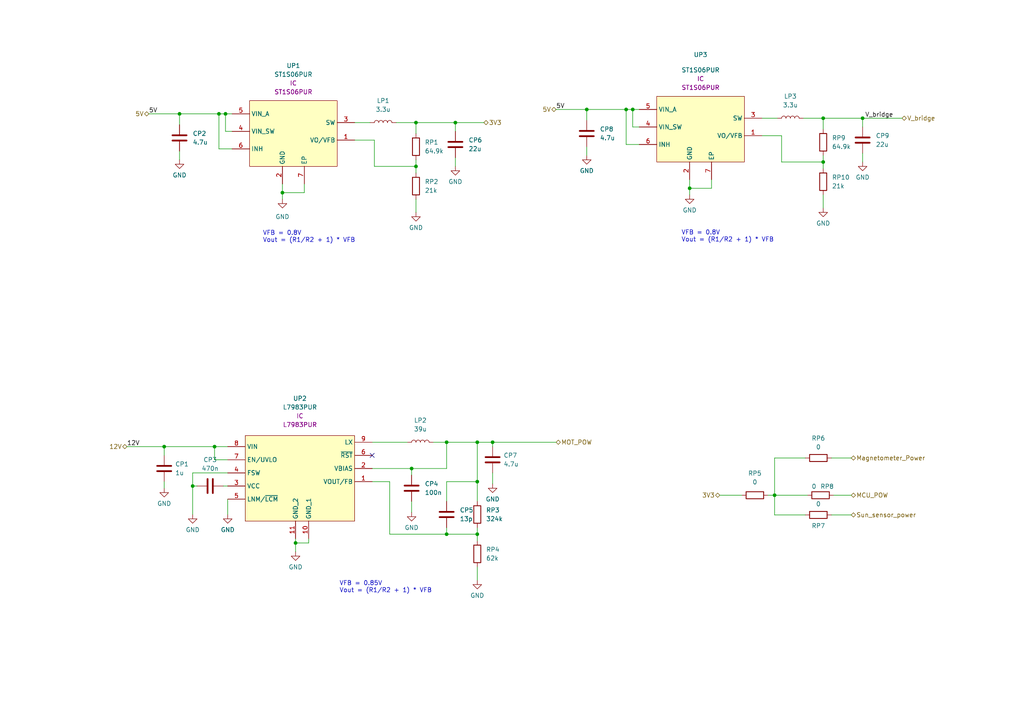
<source format=kicad_sch>
(kicad_sch (version 20211123) (generator eeschema)
  (paper "A4")
  (title_block (title "AOCS BOARD") (company "Parikshit Student Satellite Team"))
  (lib_symbols
    (symbol "Device:C" (pin_numbers hide) (pin_names (offset 0.254))
      (property "Reference" "C" (at 0.635 2.54 0))
      (property "Value" "C" (at 0.635 -2.54 0))
      (symbol "C_0_1"
        (polyline (pts (xy -2.032 -0.762) (xy 2.032 -0.762)) (stroke (width 0.508)))
        (polyline (pts (xy -2.032 0.762) (xy 2.032 0.762)) (stroke (width 0.508)))
      )
      (symbol "C_1_1"
        (pin passive line (at 0 3.81 270) (length 2.794) (name "~") (number "1"))
        (pin passive line (at 0 -3.81 90) (length 2.794) (name "~") (number "2"))
      )
    )
    (symbol "Device:L" (pin_numbers hide) (pin_names (offset 1.016) hide)
      (property "Reference" "L" (at -1.27 0 90))
      (property "Value" "L" (at 1.905 0 90))
      (symbol "L_0_1"
        (arc (start 0 -2.54) (mid 0.635 -1.905) (end 0 -1.27))
        (arc (start 0 -1.27) (mid 0.635 -0.635) (end 0 0))
        (arc (start 0 0) (mid 0.635 0.635) (end 0 1.27))
        (arc (start 0 1.27) (mid 0.635 1.905) (end 0 2.54))
      )
      (symbol "L_1_1"
        (pin passive line (at 0 3.81 270) (length 1.27) (name "1") (number "1"))
        (pin passive line (at 0 -3.81 90) (length 1.27) (name "2") (number "2"))
      )
    )
    (symbol "Device:R" (pin_numbers hide) (pin_names (offset 0))
      (property "Reference" "R" (at 2.032 0 90))
      (property "Value" "R" (at 0 0 90))
      (symbol "R_0_1"
        (rectangle (start -1.016 -2.54) (end 1.016 2.54) (stroke (width 0.254)))
      )
      (symbol "R_1_1"
        (pin passive line (at 0 3.81 270) (length 1.27) (name "~") (number "1"))
        (pin passive line (at 0 -3.81 90) (length 1.27) (name "~") (number "2"))
      )
    )
    (symbol "L7983PUR:L7983PUR"
      (property "Value" "L7983PUR" (at 0.635 13.589 0))
      (property "Reference_1" "IC" (at -4.191 19.939 0))
      (property "Value_1" "L7983PUR" (at -4.191 17.399 0))
      (symbol "L7983PUR_0_1"
        (rectangle (start -15.24 12.065) (end 16.51 -12.7) (fill (type background)))
      )
      (symbol "L7983PUR_1_1"
        (pin passive line (at 21.59 -1.27 180) (length 5.08) (name "VOUT/FB") (number "1"))
        (pin passive line (at 3.175 -17.78 90) (length 5.08) (name "GND_1") (number "10"))
        (pin passive line (at -0.635 -17.78 90) (length 5.08) (name "GND_2") (number "11"))
        (pin passive line (at 21.59 2.54 180) (length 5.08) (name "VBIAS") (number "2"))
        (pin passive line (at -20.32 -2.54 0) (length 5.08) (name "VCC") (number "3"))
        (pin passive line (at -20.32 1.27 0) (length 5.08) (name "FSW") (number "4"))
        (pin passive line (at -20.32 -6.35 0) (length 5.08) (name "LNM/~{LCM}") (number "5"))
        (pin passive line (at 21.59 6.35 180) (length 5.08) (name "~{RST}") (number "6"))
        (pin passive line (at -20.32 5.08 0) (length 5.08) (name "EN/UVLO") (number "7"))
        (pin passive line (at -20.32 8.89 0) (length 5.08) (name "VIN") (number "8"))
        (pin passive line (at 21.59 10.16 180) (length 5.08) (name "LX") (number "9"))
      )
    )
    (symbol "ST1S06PUR:ST1S06PUR"
      (property "Value" "ST1S06PUR" (at 57.15 7.62 0))
      (property "Reference_1" "IC" (at 64.77 10.795 0))
      (property "Value_1" "ST1S06PUR" (at 64.77 8.255 0))
      (symbol "ST1S06PUR_0_1"
        (rectangle (start 50.8 6.35) (end 76.2 -12.7) (fill (type background)))
      )
      (symbol "ST1S06PUR_1_1"
        (pin passive line (at 81.28 -5.08 180) (length 5.08) (name "VO/VFB") (number "1"))
        (pin passive line (at 60.325 -17.78 90) (length 5.08) (name "GND") (number "2"))
        (pin passive line (at 81.28 0 180) (length 5.08) (name "SW") (number "3"))
        (pin passive line (at 45.72 -2.54 0) (length 5.08) (name "VIN_SW") (number "4"))
        (pin passive line (at 45.72 2.54 0) (length 5.08) (name "VIN_A") (number "5"))
        (pin passive line (at 45.72 -7.62 0) (length 5.08) (name "INH") (number "6"))
        (pin passive line (at 66.675 -17.78 90) (length 5.08) (name "EP") (number "7"))
      )
    )
    (symbol "power:GND" (power) (pin_names (offset 0))
      (property "Value" "GND" (at 0 -3.81 0))
      (symbol "GND_0_1"
        (polyline (pts (xy 0 0) (xy 0 -1.27) (xy 1.27 -1.27) (xy 0 -2.54) (xy -1.27 -1.27) (xy 0 -1.27)))
      )
      (symbol "GND_1_1"
        (pin power_in line (at 0 0 270) (length 0) hide (name "GND") (number "1"))
      )
    )
    (symbol "upsat-comms-hardware:GND" (power) (pin_names (offset 0))
      (property "Value" "GND" (at 0 -3.81 0))
      (symbol "GND_0_1"
        (polyline (pts (xy 0 0) (xy 0 -1.27) (xy 1.27 -1.27) (xy 0 -2.54) (xy -1.27 -1.27) (xy 0 -1.27)))
      )
      (symbol "GND_1_1"
        (pin power_in line (at 0 0 270) (length 0) hide (name "GND") (number "1"))
      )
    )
  )
  (junction (at 63.5 33.02))
  (junction (at 224.663 143.637))
  (junction (at 170.18 31.75))
  (junction (at 47.625 129.54))
  (junction (at 52.07 33.02))
  (junction (at 129.54 128.27))
  (junction (at 238.76 46.99))
  (junction (at 85.725 157.48))
  (junction (at 138.43 154.94))
  (junction (at 120.65 35.56))
  (junction (at 183.515 31.75))
  (junction (at 238.76 34.29))
  (junction (at 120.65 48.26))
  (junction (at 62.23 129.54))
  (junction (at 129.54 154.94))
  (junction (at 200.025 54.61))
  (junction (at 138.43 128.27))
  (junction (at 65.405 33.02))
  (junction (at 55.88 140.97))
  (junction (at 250.19 34.29))
  (junction (at 142.875 128.27))
  (junction (at 132.08 35.56))
  (junction (at 119.38 135.89))
  (junction (at 181.61 31.75))
  (junction (at 81.915 55.88))
  (junction (at 138.43 139.7))
  (no_connect (at 107.95 132.08))
  (wire (pts (xy 200.025 52.07) (xy 200.025 54.61)))
  (wire (pts (xy 132.08 45.72) (xy 132.08 48.26)))
  (wire (pts (xy 129.54 154.94) (xy 138.43 154.94)))
  (wire (pts (xy 138.43 139.7) (xy 138.43 145.415)))
  (wire (pts (xy 125.73 128.27) (xy 129.54 128.27)))
  (wire (pts (xy 250.19 44.45) (xy 250.19 46.99)))
  (wire (pts (xy 108.585 40.64) (xy 108.585 48.26)))
  (wire (pts (xy 241.173 149.352) (xy 246.888 149.352)))
  (wire (pts (xy 142.875 128.27) (xy 142.875 129.54)))
  (wire (pts (xy 238.76 34.29) (xy 238.76 37.465)))
  (wire (pts (xy 183.515 31.75) (xy 185.42 31.75)))
  (wire (pts (xy 102.87 40.64) (xy 108.585 40.64)))
  (wire (pts (xy 132.08 38.1) (xy 132.08 35.56)))
  (wire (pts (xy 129.54 153.035) (xy 129.54 154.94)))
  (wire (pts (xy 142.875 128.27) (xy 161.29 128.27)))
  (wire (pts (xy 64.77 140.97) (xy 66.04 140.97)))
  (wire (pts (xy 238.76 46.99) (xy 238.76 48.895)))
  (wire (pts (xy 224.663 149.352) (xy 233.553 149.352)))
  (wire (pts (xy 170.18 31.75) (xy 181.61 31.75)))
  (wire (pts (xy 233.045 34.29) (xy 238.76 34.29)))
  (wire (pts (xy 55.88 140.97) (xy 57.15 140.97)))
  (wire (pts (xy 120.65 46.355) (xy 120.65 48.26)))
  (wire (pts (xy 65.405 38.1) (xy 65.405 33.02)))
  (wire (pts (xy 206.375 54.61) (xy 200.025 54.61)))
  (wire (pts (xy 129.54 135.89) (xy 129.54 128.27)))
  (wire (pts (xy 55.88 137.16) (xy 66.04 137.16)))
  (wire (pts (xy 119.38 135.89) (xy 119.38 137.795)))
  (wire (pts (xy 181.61 41.91) (xy 181.61 31.75)))
  (wire (pts (xy 129.54 139.7) (xy 138.43 139.7)))
  (wire (pts (xy 55.88 137.16) (xy 55.88 140.97)))
  (wire (pts (xy 138.43 128.27) (xy 138.43 139.7)))
  (wire (pts (xy 63.5 33.02) (xy 65.405 33.02)))
  (wire (pts (xy 119.38 145.415) (xy 119.38 148.59)))
  (wire (pts (xy 85.725 156.21) (xy 85.725 157.48)))
  (wire (pts (xy 108.585 48.26) (xy 120.65 48.26)))
  (wire (pts (xy 85.725 157.48) (xy 85.725 160.02)))
  (wire (pts (xy 226.695 46.99) (xy 238.76 46.99)))
  (wire (pts (xy 52.07 43.815) (xy 52.07 46.355)))
  (wire (pts (xy 208.788 143.637) (xy 215.138 143.637)))
  (wire (pts (xy 113.03 154.94) (xy 129.54 154.94)))
  (wire (pts (xy 85.725 157.48) (xy 89.535 157.48)))
  (wire (pts (xy 63.5 43.18) (xy 63.5 33.02)))
  (wire (pts (xy 47.625 129.54) (xy 62.23 129.54)))
  (wire (pts (xy 107.95 135.89) (xy 119.38 135.89)))
  (wire (pts (xy 241.808 143.637) (xy 246.888 143.637)))
  (wire (pts (xy 142.875 137.16) (xy 142.875 140.335)))
  (wire (pts (xy 47.625 139.7) (xy 47.625 141.605)))
  (wire (pts (xy 224.663 132.842) (xy 224.663 143.637)))
  (wire (pts (xy 89.535 156.21) (xy 89.535 157.48)))
  (wire (pts (xy 238.76 56.515) (xy 238.76 60.325)))
  (wire (pts (xy 52.07 33.02) (xy 63.5 33.02)))
  (wire (pts (xy 185.42 36.83) (xy 183.515 36.83)))
  (wire (pts (xy 62.23 129.54) (xy 66.04 129.54)))
  (wire (pts (xy 102.87 35.56) (xy 107.315 35.56)))
  (wire (pts (xy 250.19 36.83) (xy 250.19 34.29)))
  (wire (pts (xy 114.935 35.56) (xy 120.65 35.56)))
  (wire (pts (xy 206.375 52.07) (xy 206.375 54.61)))
  (wire (pts (xy 250.19 34.29) (xy 261.62 34.29)))
  (wire (pts (xy 170.18 34.925) (xy 170.18 31.75)))
  (wire (pts (xy 120.65 48.26) (xy 120.65 50.165)))
  (wire (pts (xy 66.04 133.35) (xy 62.23 133.35)))
  (wire (pts (xy 161.29 31.75) (xy 170.18 31.75)))
  (wire (pts (xy 224.663 143.637) (xy 234.188 143.637)))
  (wire (pts (xy 129.54 128.27) (xy 138.43 128.27)))
  (wire (pts (xy 43.18 33.02) (xy 52.07 33.02)))
  (wire (pts (xy 185.42 41.91) (xy 181.61 41.91)))
  (wire (pts (xy 129.54 145.415) (xy 129.54 139.7)))
  (wire (pts (xy 120.65 35.56) (xy 132.08 35.56)))
  (wire (pts (xy 138.43 154.94) (xy 138.43 156.845)))
  (wire (pts (xy 224.663 132.842) (xy 233.553 132.842)))
  (wire (pts (xy 81.915 53.34) (xy 81.915 55.88)))
  (wire (pts (xy 181.61 31.75) (xy 183.515 31.75)))
  (wire (pts (xy 65.405 33.02) (xy 67.31 33.02)))
  (wire (pts (xy 55.88 140.97) (xy 55.88 149.225)))
  (wire (pts (xy 220.98 39.37) (xy 226.695 39.37)))
  (wire (pts (xy 62.23 133.35) (xy 62.23 129.54)))
  (wire (pts (xy 138.43 164.465) (xy 138.43 168.275)))
  (wire (pts (xy 222.758 143.637) (xy 224.663 143.637)))
  (wire (pts (xy 120.65 57.785) (xy 120.65 61.595)))
  (wire (pts (xy 36.83 129.54) (xy 47.625 129.54)))
  (wire (pts (xy 47.625 129.54) (xy 47.625 132.08)))
  (wire (pts (xy 81.915 55.88) (xy 81.915 57.785)))
  (wire (pts (xy 220.98 34.29) (xy 225.425 34.29)))
  (wire (pts (xy 238.76 45.085) (xy 238.76 46.99)))
  (wire (pts (xy 67.31 38.1) (xy 65.405 38.1)))
  (wire (pts (xy 183.515 36.83) (xy 183.515 31.75)))
  (wire (pts (xy 67.31 43.18) (xy 63.5 43.18)))
  (wire (pts (xy 66.04 144.78) (xy 66.04 149.225)))
  (wire (pts (xy 138.43 153.035) (xy 138.43 154.94)))
  (wire (pts (xy 238.76 34.29) (xy 250.19 34.29)))
  (wire (pts (xy 132.08 35.56) (xy 140.335 35.56)))
  (wire (pts (xy 107.95 128.27) (xy 118.11 128.27)))
  (wire (pts (xy 138.43 128.27) (xy 142.875 128.27)))
  (wire (pts (xy 107.95 139.7) (xy 113.03 139.7)))
  (wire (pts (xy 88.265 53.34) (xy 88.265 55.88)))
  (wire (pts (xy 241.173 132.842) (xy 246.888 132.842)))
  (wire (pts (xy 52.07 36.195) (xy 52.07 33.02)))
  (wire (pts (xy 120.65 35.56) (xy 120.65 38.735)))
  (wire (pts (xy 88.265 55.88) (xy 81.915 55.88)))
  (wire (pts (xy 226.695 39.37) (xy 226.695 46.99)))
  (wire (pts (xy 224.663 149.352) (xy 224.663 143.637)))
  (wire (pts (xy 113.03 139.7) (xy 113.03 154.94)))
  (wire (pts (xy 119.38 135.89) (xy 129.54 135.89)))
  (wire (pts (xy 200.025 54.61) (xy 200.025 56.515)))
  (wire (pts (xy 170.18 42.545) (xy 170.18 45.085)))
  (text "VFB = 0.8V\nVout = (R1/R2 + 1) * VFB" (at 76.2 70.485 0) (effects (font (size 1.27 1.27)) (justify left bottom)))
  (text "VFB = 0.8V\nVout = (R1/R2 + 1) * VFB" (at 197.612 70.358 0) (effects (font (size 1.27 1.27)) (justify left bottom)))
  (text "VFB = 0.85V\nVout = (R1/R2 + 1) * VFB" (at 98.425 172.085 0) (effects (font (size 1.27 1.27)) (justify left bottom)))
  (label "12V" (at 36.83 129.54 0))
  (label "V_bridge" (at 259.08 34.29 180))
  (label "5V" (at 161.29 31.75 0))
  (label "5V" (at 43.18 33.02 0))
  (hierarchical_label "MCU_POW" (shape bidirectional) (at 246.888 143.637 0))
  (hierarchical_label "12V" (shape bidirectional) (at 36.83 129.54 180))
  (hierarchical_label "5V" (shape bidirectional) (at 161.29 31.75 180))
  (hierarchical_label "Sun_sensor_power" (shape bidirectional) (at 246.888 149.352 0))
  (hierarchical_label "3V3" (shape bidirectional) (at 208.788 143.637 180))
  (hierarchical_label "3V3" (shape bidirectional) (at 140.335 35.56 0))
  (hierarchical_label "5V" (shape bidirectional) (at 43.18 33.02 180))
  (hierarchical_label "MOT_POW" (shape bidirectional) (at 161.29 128.27 0))
  (hierarchical_label "V_bridge" (shape bidirectional) (at 261.62 34.29 0))
  (hierarchical_label "Magnetometer_Power" (shape bidirectional) (at 246.888 132.842 0))
  (symbol (lib_id "Device:L") (at 121.92 128.27 90) (unit 1)
    (property "Reference" "LP2" (at 121.92 121.92 90))
    (property "Value" "39u" (at 121.92 124.46 90))
    (property "Footprint" "Inductor_SMD:L_0805_2012Metric_Pad1.15x1.40mm_HandSolder" (effects hide))
  )
  (symbol (lib_id "Device:R") (at 237.363 132.842 90) (unit 1)
    (property "Reference" "RP6" (at 237.363 127.127 90))
    (property "Value" "0" (at 237.363 129.667 90))
    (property "Footprint" "Resistor_SMD:R_0603_1608Metric" (effects hide))
  )
  (symbol (lib_id "Device:C") (at 60.96 140.97 90) (unit 1)
    (property "Reference" "CP3" (at 60.96 133.35 90))
    (property "Value" "470n" (at 60.96 135.89 90))
    (property "Footprint" "Capacitor_SMD:C_0603_1608Metric" (effects hide))
  )
  (symbol (lib_id "upsat-comms-hardware:GND") (at 200.025 56.515 0) (unit 1)
    (property "Reference" "#PWR0102" (effects hide))
    (property "Value" "GND" (at 200.025 60.96 0))
  )
  (symbol (lib_id "Device:R") (at 237.363 149.352 90) (unit 1)
    (property "Reference" "RP7" (at 237.363 152.527 90))
    (property "Value" "0" (at 237.363 146.177 90))
    (property "Footprint" "Resistor_SMD:R_0603_1608Metric" (effects hide))
  )
  (symbol (lib_id "upsat-comms-hardware:GND") (at 238.76 60.325 0) (unit 1)
    (property "Reference" "#PWR0103" (effects hide))
    (property "Value" "GND" (at 238.76 64.77 0))
  )
  (symbol (lib_id "upsat-comms-hardware:GND") (at 119.38 148.59 0) (unit 1)
    (property "Reference" "#PWR096" (effects hide))
    (property "Value" "GND" (at 119.38 153.035 0))
  )
  (symbol (lib_id "Device:C") (at 119.38 141.605 0) (unit 1)
    (property "Reference" "CP4" (at 123.19 140.3349 0) (effects (justify left)))
    (property "Value" "100n" (at 123.19 142.8749 0) (effects (justify left)))
    (property "Footprint" "Capacitor_SMD:C_0603_1608Metric" (effects hide))
  )
  (symbol (lib_id "Device:R") (at 237.998 143.637 90) (unit 1)
    (property "Reference" "RP8" (at 239.903 141.097 90))
    (property "Value" "0" (at 236.093 141.097 90))
    (property "Footprint" "Resistor_SMD:R_0603_1608Metric" (effects hide))
  )
  (symbol (lib_id "Device:R") (at 120.65 53.975 0) (unit 1)
    (property "Reference" "RP2" (at 123.19 52.7049 0) (effects (justify left)))
    (property "Value" "21k" (at 123.19 55.2449 0) (effects (justify left)))
    (property "Footprint" "Resistor_SMD:R_0603_1608Metric" (effects hide))
  )
  (symbol (lib_id "Device:R") (at 138.43 149.225 0) (unit 1)
    (property "Reference" "RP3" (at 140.97 147.9549 0) (effects (justify left)))
    (property "Value" "324k" (at 140.97 150.4949 0) (effects (justify left)))
    (property "Footprint" "Resistor_SMD:R_0603_1608Metric" (effects hide))
  )
  (symbol (lib_id "Device:C") (at 129.54 149.225 0) (unit 1)
    (property "Reference" "CP5" (at 133.35 147.9549 0) (effects (justify left)))
    (property "Value" "13p" (at 133.35 150.4949 0) (effects (justify left)))
    (property "Footprint" "Capacitor_SMD:C_0603_1608Metric" (effects hide))
  )
  (symbol (lib_id "Device:C") (at 47.625 135.89 0) (unit 1)
    (property "Reference" "CP1" (at 50.8 134.6199 0) (effects (justify left)))
    (property "Value" "1u" (at 50.8 137.1599 0) (effects (justify left)))
    (property "Footprint" "Capacitor_SMD:C_0603_1608Metric" (effects hide))
  )
  (symbol (lib_id "upsat-comms-hardware:GND") (at 47.625 141.605 0) (unit 1)
    (property "Reference" "#PWR090" (effects hide))
    (property "Value" "GND" (at 47.625 146.05 0))
  )
  (symbol (lib_id "Device:C") (at 132.08 41.91 0) (unit 1)
    (property "Reference" "CP6" (at 135.89 40.6399 0) (effects (justify left)))
    (property "Value" "22u" (at 135.89 43.1799 0) (effects (justify left)))
    (property "Footprint" "Capacitor_SMD:C_0603_1608Metric" (effects hide))
  )
  (symbol (lib_id "upsat-comms-hardware:GND") (at 170.18 45.085 0) (unit 1)
    (property "Reference" "#PWR0101" (effects hide))
    (property "Value" "GND" (at 170.18 49.53 0))
  )
  (symbol (lib_id "Device:C") (at 52.07 40.005 0) (unit 1)
    (property "Reference" "CP2" (at 55.88 38.7349 0) (effects (justify left)))
    (property "Value" "4.7u" (at 55.88 41.2749 0) (effects (justify left)))
    (property "Footprint" "Capacitor_SMD:C_0603_1608Metric" (effects hide))
  )
  (symbol (lib_id "Device:L") (at 229.235 34.29 90) (unit 1)
    (property "Reference" "LP3" (at 229.235 27.94 90))
    (property "Value" "3.3u" (at 229.235 30.48 90))
    (property "Footprint" "Inductor_SMD:L_0805_2012Metric_Pad1.15x1.40mm_HandSolder" (effects hide))
  )
  (symbol (lib_id "upsat-comms-hardware:GND") (at 142.875 140.335 0) (unit 1)
    (property "Reference" "#PWR0100" (effects hide))
    (property "Value" "GND" (at 142.875 144.78 0))
  )
  (symbol (lib_id "power:GND") (at 81.915 57.785 0) (unit 1)
    (property "Reference" "#PWR094" (effects hide))
    (property "Value" "GND" (at 81.915 62.865 0))
  )
  (symbol (lib_id "upsat-comms-hardware:GND") (at 250.19 46.99 0) (unit 1)
    (property "Reference" "#PWR0104" (effects hide))
    (property "Value" "GND" (at 250.19 51.435 0))
  )
  (symbol (lib_id "Device:C") (at 250.19 40.64 0) (unit 1)
    (property "Reference" "CP9" (at 254 39.3699 0) (effects (justify left)))
    (property "Value" "22u" (at 254 41.9099 0) (effects (justify left)))
    (property "Footprint" "Capacitor_SMD:C_0603_1608Metric" (effects hide))
  )
  (symbol (lib_id "Device:R") (at 238.76 52.705 0) (unit 1)
    (property "Reference" "RP10" (at 241.3 51.4349 0) (effects (justify left)))
    (property "Value" "21k" (at 241.3 53.9749 0) (effects (justify left)))
    (property "Footprint" "Resistor_SMD:R_0603_1608Metric" (effects hide))
  )
  (symbol (lib_id "upsat-comms-hardware:GND") (at 132.08 48.26 0) (unit 1)
    (property "Reference" "#PWR098" (effects hide))
    (property "Value" "GND" (at 132.08 52.705 0))
  )
  (symbol (lib_id "Device:R") (at 218.948 143.637 90) (unit 1)
    (property "Reference" "RP5" (at 218.948 137.287 90))
    (property "Value" "0" (at 218.948 139.827 90))
    (property "Footprint" "Resistor_SMD:R_0603_1608Metric" (effects hide))
  )
  (symbol (lib_id "upsat-comms-hardware:GND") (at 52.07 46.355 0) (unit 1)
    (property "Reference" "#PWR091" (effects hide))
    (property "Value" "GND" (at 52.07 50.8 0))
  )
  (symbol (lib_id "upsat-comms-hardware:GND") (at 120.65 61.595 0) (unit 1)
    (property "Reference" "#PWR097" (effects hide))
    (property "Value" "GND" (at 120.65 66.04 0))
  )
  (symbol (lib_id "ST1S06PUR:ST1S06PUR") (at 139.7 34.29 0) (unit 1)
    (property "Reference" "UP3" (at 203.2 15.875 0))
    (property "Value" "ST1S06PUR" (at 203.2 20.32 0))
    (property "Footprint" "ST1S06PUR:SON95P300X300X100-7N-D" (effects hide))
    (property "Reference_1" "IC" (at 203.2 22.86 0))
    (property "Value_1" "ST1S06PUR" (at 203.2 25.4 0))
    (property "Footprint_1" "SON95P300X300X100-7N-D" (effects hide))
    (property "Datasheet_1" "http://www.st.com/content/ccc/resource/technical/document/datasheet/b3/2f/7b/c6/95/7d/40/e8/CD00100211.pdf/files/CD00100211.pdf/jcr:content/translations/en.CD00100211.pdf" (effects hide))
    (property "Height" "1" (effects hide))
    (property "Mouser Part Number" "511-ST1S06PUR" (effects hide))
    (property "Mouser Price/Stock" "https://www.mouser.co.uk/ProductDetail/STMicroelectronics/ST1S06PUR?qs=c7aj%252BF6iEVjLbl7iEGmvFw%3D%3D" (effects hide))
    (property "Manufacturer_Name" "STMicroelectronics" (effects hide))
    (property "Manufacturer_Part_Number" "ST1S06PUR" (effects hide))
  )
  (symbol (lib_id "ST1S06PUR:ST1S06PUR") (at 21.59 35.56 0) (unit 1)
    (property "Reference" "UP1" (at 85.09 19.05 0))
    (property "Value" "ST1S06PUR" (at 85.09 21.59 0))
    (property "Footprint" "ST1S06PUR:SON95P300X300X100-7N-D" (effects hide))
    (property "Reference_1" "IC" (at 85.09 24.13 0))
    (property "Value_1" "ST1S06PUR" (at 85.09 26.67 0))
    (property "Footprint_1" "SON95P300X300X100-7N-D" (effects hide))
    (property "Datasheet_1" "http://www.st.com/content/ccc/resource/technical/document/datasheet/b3/2f/7b/c6/95/7d/40/e8/CD00100211.pdf/files/CD00100211.pdf/jcr:content/translations/en.CD00100211.pdf" (effects hide))
    (property "Height" "1" (effects hide))
    (property "Mouser Part Number" "511-ST1S06PUR" (effects hide))
    (property "Mouser Price/Stock" "https://www.mouser.co.uk/ProductDetail/STMicroelectronics/ST1S06PUR?qs=c7aj%252BF6iEVjLbl7iEGmvFw%3D%3D" (effects hide))
    (property "Manufacturer_Name" "STMicroelectronics" (effects hide))
    (property "Manufacturer_Part_Number" "ST1S06PUR" (effects hide))
  )
  (symbol (lib_id "upsat-comms-hardware:GND") (at 66.04 149.225 0) (unit 1)
    (property "Reference" "#PWR093" (effects hide))
    (property "Value" "GND" (at 66.04 153.67 0))
  )
  (symbol (lib_id "Device:C") (at 142.875 133.35 0) (unit 1)
    (property "Reference" "CP7" (at 146.05 132.0799 0) (effects (justify left)))
    (property "Value" "4.7u" (at 146.05 134.6199 0) (effects (justify left)))
    (property "Footprint" "Capacitor_SMD:C_0603_1608Metric" (effects hide))
  )
  (symbol (lib_id "L7983PUR:L7983PUR") (at 86.36 138.43 0) (unit 1)
    (property "Reference" "UP2" (at 86.995 115.57 0))
    (property "Value" "L7983PUR" (at 86.995 118.11 0))
    (property "Footprint" "L7983PUR:L7983PUR" (effects hide))
    (property "Reference_1" "IC" (at 86.995 120.65 0))
    (property "Value_1" "L7983PUR" (at 86.995 123.19 0))
    (property "Footprint_1" "L7983PUR" (effects hide))
    (property "Datasheet_1" "https://www.st.com/resource/en/datasheet/l7983.pdf" (effects hide))
    (property "Height" "0.8" (effects hide))
    (property "Mouser Part Number" "511-L7983PUR" (effects hide))
    (property "Mouser Price/Stock" "https://www.mouser.co.uk/ProductDetail/STMicroelectronics/L7983PUR?qs=zW32dvEIR3u3qwiT0OmCyg%3D%3D" (effects hide))
    (property "Manufacturer_Name" "STMicroelectronics" (effects hide))
    (property "Manufacturer_Part_Number" "L7983PUR" (effects hide))
  )
  (symbol (lib_id "upsat-comms-hardware:GND") (at 55.88 149.225 0) (unit 1)
    (property "Reference" "#PWR092" (effects hide))
    (property "Value" "GND" (at 55.88 153.67 0))
  )
  (symbol (lib_id "Device:C") (at 170.18 38.735 0) (unit 1)
    (property "Reference" "CP8" (at 173.99 37.4649 0) (effects (justify left)))
    (property "Value" "4.7u" (at 173.99 40.0049 0) (effects (justify left)))
    (property "Footprint" "Capacitor_SMD:C_0603_1608Metric" (effects hide))
  )
  (symbol (lib_id "Device:R") (at 138.43 160.655 0) (unit 1)
    (property "Reference" "RP4" (at 140.97 159.3849 0) (effects (justify left)))
    (property "Value" "62k" (at 140.97 161.9249 0) (effects (justify left)))
    (property "Footprint" "Resistor_SMD:R_0603_1608Metric" (effects hide))
  )
  (symbol (lib_id "Device:L") (at 111.125 35.56 90) (unit 1)
    (property "Reference" "LP1" (at 111.125 29.21 90))
    (property "Value" "3.3u" (at 111.125 31.75 90))
    (property "Footprint" "Inductor_SMD:L_0805_2012Metric_Pad1.15x1.40mm_HandSolder" (effects hide))
  )
  (symbol (lib_id "Device:R") (at 238.76 41.275 0) (unit 1)
    (property "Reference" "RP9" (at 241.3 40.0049 0) (effects (justify left)))
    (property "Value" "64.9k" (at 241.3 42.5449 0) (effects (justify left)))
    (property "Footprint" "Resistor_SMD:R_0603_1608Metric" (effects hide))
  )
  (symbol (lib_id "upsat-comms-hardware:GND") (at 85.725 160.02 0) (unit 1)
    (property "Reference" "#PWR095" (effects hide))
    (property "Value" "GND" (at 85.725 164.465 0))
  )
  (symbol (lib_id "Device:R") (at 120.65 42.545 0) (unit 1)
    (property "Reference" "RP1" (at 123.19 41.2749 0) (effects (justify left)))
    (property "Value" "64.9k" (at 123.19 43.8149 0) (effects (justify left)))
    (property "Footprint" "Resistor_SMD:R_0603_1608Metric" (effects hide))
  )
  (symbol (lib_id "upsat-comms-hardware:GND") (at 138.43 168.275 0) (unit 1)
    (property "Reference" "#PWR099" (effects hide))
    (property "Value" "GND" (at 138.43 172.72 0))
  )
)
</source>
